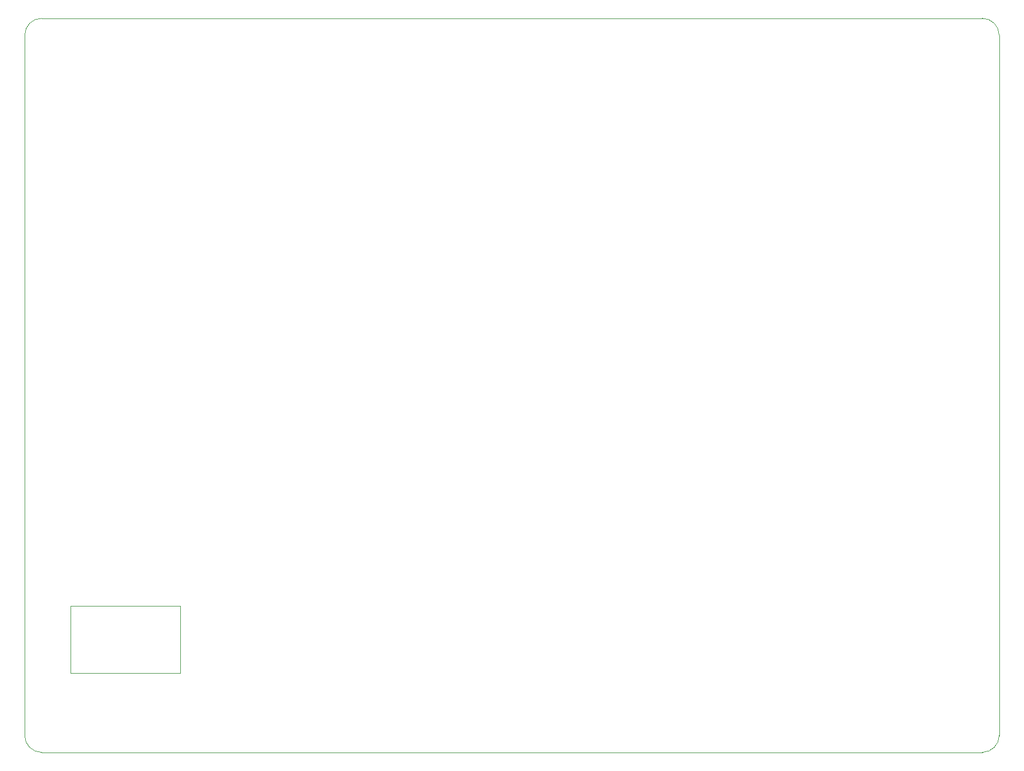
<source format=gbr>
%TF.GenerationSoftware,KiCad,Pcbnew,(7.0.0-0)*%
%TF.CreationDate,2023-03-06T00:13:20+09:00*%
%TF.ProjectId,11111_pcb,31313131-315f-4706-9362-2e6b69636164,rev?*%
%TF.SameCoordinates,Original*%
%TF.FileFunction,Profile,NP*%
%FSLAX46Y46*%
G04 Gerber Fmt 4.6, Leading zero omitted, Abs format (unit mm)*
G04 Created by KiCad (PCBNEW (7.0.0-0)) date 2023-03-06 00:13:20*
%MOMM*%
%LPD*%
G01*
G04 APERTURE LIST*
%TA.AperFunction,Profile*%
%ADD10C,0.100000*%
%TD*%
G04 APERTURE END LIST*
D10*
X254043949Y-268540049D02*
G75*
G03*
X256583949Y-266000000I-49J2540049D01*
G01*
X111760000Y-268540000D02*
X254043949Y-268540000D01*
X111760000Y-157480000D02*
G75*
G03*
X109220000Y-160020000I0J-2540000D01*
G01*
X109220000Y-266000000D02*
G75*
G03*
X111760000Y-268540000I2540000J0D01*
G01*
X109220000Y-160020000D02*
X109220000Y-266000000D01*
X116140000Y-246380000D02*
X132740000Y-246380000D01*
X132740000Y-246380000D02*
X132740000Y-256520000D01*
X132740000Y-256520000D02*
X116140000Y-256520000D01*
X116140000Y-256520000D02*
X116140000Y-246380000D01*
X111760000Y-157480000D02*
X254043949Y-157476051D01*
X256583949Y-160016051D02*
G75*
G03*
X254043949Y-157476051I-2540049J-49D01*
G01*
X256583949Y-160016051D02*
X256583949Y-266000000D01*
M02*

</source>
